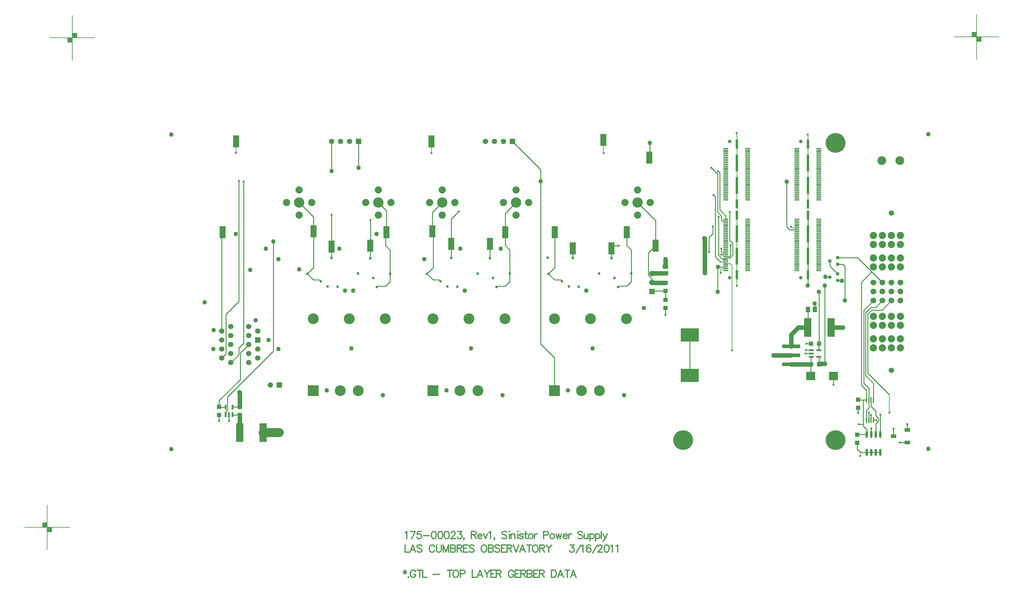
<source format=gtl>
%FSLAX23Y23*%
%MOIN*%
G70*
G01*
G75*
G04 Layer_Physical_Order=1*
G04 Layer_Color=255*
%ADD10R,0.051X0.059*%
%ADD11R,0.102X0.094*%
%ADD12R,0.070X0.135*%
%ADD13R,0.050X0.050*%
%ADD14R,0.079X0.209*%
%ADD15R,0.050X0.050*%
%ADD16R,0.022X0.057*%
%ADD17R,0.022X0.057*%
%ADD18R,0.059X0.051*%
%ADD19R,0.200X0.040*%
%ADD20R,0.200X0.150*%
%ADD21R,0.057X0.022*%
%ADD22R,0.057X0.022*%
%ADD23R,0.036X0.036*%
%ADD24O,0.014X0.067*%
%ADD25O,0.024X0.079*%
%ADD26R,0.059X0.039*%
%ADD27R,0.057X0.012*%
%ADD28R,0.025X0.185*%
%ADD29R,0.025X0.100*%
%ADD30C,0.010*%
%ADD31C,0.050*%
%ADD32C,0.007*%
%ADD33C,0.100*%
%ADD34C,0.012*%
%ADD35C,0.008*%
%ADD36C,0.012*%
%ADD37C,0.012*%
%ADD38C,0.115*%
%ADD39C,0.080*%
%ADD40R,0.120X0.120*%
%ADD41C,0.120*%
%ADD42R,0.059X0.059*%
%ADD43C,0.059*%
%ADD44C,0.050*%
%ADD45R,0.063X0.063*%
%ADD46C,0.063*%
%ADD47C,0.098*%
%ADD48C,0.065*%
%ADD49C,0.220*%
%ADD50C,0.039*%
%ADD51C,0.024*%
%ADD52C,0.030*%
D10*
X24434Y17400D02*
D03*
X24509D02*
D03*
D11*
X24717Y16660D02*
D03*
X24465D02*
D03*
D12*
X17931Y18260D02*
D03*
X22741Y18110D02*
D03*
X18081Y19270D02*
D03*
X20251D02*
D03*
X22161Y19285D02*
D03*
X19751Y18260D02*
D03*
X19571Y18110D02*
D03*
X18941Y18270D02*
D03*
X19141Y18100D02*
D03*
X20901Y18130D02*
D03*
X21071Y18260D02*
D03*
X20261Y18270D02*
D03*
X20471Y18130D02*
D03*
X22251Y18080D02*
D03*
X22421Y18260D02*
D03*
X21621D02*
D03*
X21821Y18080D02*
D03*
X22671Y19090D02*
D03*
D13*
X24556Y16790D02*
D03*
X24466D02*
D03*
Y17020D02*
D03*
X24556D02*
D03*
D14*
X24432Y17200D02*
D03*
X24691D02*
D03*
X18122Y16030D02*
D03*
X18381D02*
D03*
D15*
X18121Y16315D02*
D03*
Y16225D02*
D03*
X22851Y17505D02*
D03*
Y17415D02*
D03*
X17891Y16225D02*
D03*
Y16315D02*
D03*
X22851Y17695D02*
D03*
Y17605D02*
D03*
X24991Y16395D02*
D03*
Y16305D02*
D03*
X24981Y16005D02*
D03*
Y15915D02*
D03*
D16*
X17964Y16228D02*
D03*
D17*
X18001Y16228D02*
D03*
X18039D02*
D03*
Y16312D02*
D03*
X17964D02*
D03*
D18*
X22851Y17803D02*
D03*
Y17877D02*
D03*
D19*
X24246Y16990D02*
D03*
Y16890D02*
D03*
Y16790D02*
D03*
D20*
X23121Y16665D02*
D03*
Y17115D02*
D03*
D21*
X24469Y16947D02*
D03*
D22*
X24469Y16910D02*
D03*
Y16873D02*
D03*
X24554D02*
D03*
Y16947D02*
D03*
D23*
X24764Y17903D02*
D03*
X24678Y17940D02*
D03*
X24764Y17977D02*
D03*
Y17723D02*
D03*
X24678Y17760D02*
D03*
X24764Y17797D02*
D03*
D24*
X25083Y16168D02*
D03*
X25109D02*
D03*
X25134D02*
D03*
X25160D02*
D03*
X25083Y16392D02*
D03*
X25109D02*
D03*
X25134D02*
D03*
X25160D02*
D03*
D25*
X25086Y15811D02*
D03*
X25136D02*
D03*
X25186D02*
D03*
X25236D02*
D03*
X25086Y16008D02*
D03*
X25136D02*
D03*
X25186D02*
D03*
X25236D02*
D03*
D26*
X25538Y15921D02*
D03*
X25385Y15990D02*
D03*
X25538Y16059D02*
D03*
D27*
X24555Y19191D02*
D03*
Y19171D02*
D03*
Y19152D02*
D03*
Y19132D02*
D03*
Y19112D02*
D03*
Y19093D02*
D03*
Y19073D02*
D03*
Y19053D02*
D03*
Y19033D02*
D03*
Y19014D02*
D03*
Y18994D02*
D03*
Y18974D02*
D03*
Y18955D02*
D03*
Y18935D02*
D03*
Y18915D02*
D03*
Y18896D02*
D03*
Y18876D02*
D03*
Y18856D02*
D03*
Y18837D02*
D03*
Y18817D02*
D03*
Y18797D02*
D03*
Y18778D02*
D03*
Y18758D02*
D03*
Y18738D02*
D03*
Y18719D02*
D03*
Y18699D02*
D03*
Y18679D02*
D03*
Y18659D02*
D03*
Y18640D02*
D03*
Y18620D02*
D03*
Y18404D02*
D03*
Y18384D02*
D03*
Y18364D02*
D03*
Y18344D02*
D03*
Y18325D02*
D03*
Y18305D02*
D03*
Y18285D02*
D03*
Y18266D02*
D03*
Y18246D02*
D03*
Y18226D02*
D03*
Y18207D02*
D03*
Y18187D02*
D03*
Y18167D02*
D03*
Y18148D02*
D03*
Y18128D02*
D03*
Y18108D02*
D03*
Y18089D02*
D03*
Y18069D02*
D03*
Y18049D02*
D03*
Y18030D02*
D03*
Y18010D02*
D03*
Y17990D02*
D03*
Y17970D02*
D03*
Y17951D02*
D03*
Y17931D02*
D03*
Y17911D02*
D03*
Y17892D02*
D03*
Y17872D02*
D03*
Y17852D02*
D03*
Y17833D02*
D03*
X24312Y19191D02*
D03*
Y19171D02*
D03*
Y19152D02*
D03*
Y19132D02*
D03*
Y19112D02*
D03*
Y19093D02*
D03*
Y19073D02*
D03*
Y19053D02*
D03*
Y19033D02*
D03*
Y19014D02*
D03*
Y18994D02*
D03*
Y18974D02*
D03*
Y18955D02*
D03*
Y18935D02*
D03*
Y18915D02*
D03*
Y18896D02*
D03*
Y18876D02*
D03*
Y18856D02*
D03*
Y18837D02*
D03*
Y18817D02*
D03*
Y18797D02*
D03*
Y18778D02*
D03*
Y18758D02*
D03*
Y18738D02*
D03*
Y18719D02*
D03*
Y18699D02*
D03*
Y18679D02*
D03*
Y18659D02*
D03*
Y18640D02*
D03*
Y18620D02*
D03*
Y18404D02*
D03*
Y18384D02*
D03*
Y18364D02*
D03*
Y18344D02*
D03*
Y18325D02*
D03*
Y18305D02*
D03*
Y18285D02*
D03*
Y18266D02*
D03*
Y18246D02*
D03*
Y18226D02*
D03*
Y18207D02*
D03*
Y18187D02*
D03*
Y18167D02*
D03*
Y18148D02*
D03*
Y18128D02*
D03*
Y18108D02*
D03*
Y18089D02*
D03*
Y18069D02*
D03*
Y18049D02*
D03*
Y18030D02*
D03*
Y18010D02*
D03*
Y17990D02*
D03*
Y17970D02*
D03*
Y17951D02*
D03*
Y17931D02*
D03*
Y17911D02*
D03*
Y17892D02*
D03*
Y17872D02*
D03*
Y17852D02*
D03*
Y17833D02*
D03*
X23765Y19191D02*
D03*
Y19171D02*
D03*
Y19152D02*
D03*
Y19132D02*
D03*
Y19112D02*
D03*
Y19093D02*
D03*
Y19073D02*
D03*
Y19053D02*
D03*
Y19033D02*
D03*
Y19014D02*
D03*
Y18994D02*
D03*
Y18974D02*
D03*
Y18955D02*
D03*
Y18935D02*
D03*
Y18915D02*
D03*
Y18896D02*
D03*
Y18876D02*
D03*
Y18856D02*
D03*
Y18837D02*
D03*
Y18817D02*
D03*
Y18797D02*
D03*
Y18778D02*
D03*
Y18758D02*
D03*
Y18738D02*
D03*
Y18719D02*
D03*
Y18699D02*
D03*
Y18679D02*
D03*
Y18659D02*
D03*
Y18640D02*
D03*
Y18620D02*
D03*
Y18404D02*
D03*
Y18384D02*
D03*
Y18364D02*
D03*
Y18344D02*
D03*
Y18325D02*
D03*
Y18305D02*
D03*
Y18285D02*
D03*
Y18266D02*
D03*
Y18246D02*
D03*
Y18226D02*
D03*
Y18207D02*
D03*
Y18187D02*
D03*
Y18167D02*
D03*
Y18148D02*
D03*
Y18128D02*
D03*
Y18108D02*
D03*
Y18089D02*
D03*
Y18069D02*
D03*
Y18049D02*
D03*
Y18030D02*
D03*
Y18010D02*
D03*
Y17990D02*
D03*
Y17970D02*
D03*
Y17951D02*
D03*
Y17931D02*
D03*
Y17911D02*
D03*
Y17892D02*
D03*
Y17872D02*
D03*
Y17852D02*
D03*
Y17833D02*
D03*
X23522Y19191D02*
D03*
Y19171D02*
D03*
Y19152D02*
D03*
Y19132D02*
D03*
Y19112D02*
D03*
Y19093D02*
D03*
Y19073D02*
D03*
Y19053D02*
D03*
Y19033D02*
D03*
Y19014D02*
D03*
Y18994D02*
D03*
Y18974D02*
D03*
Y18955D02*
D03*
Y18935D02*
D03*
Y18915D02*
D03*
Y18896D02*
D03*
Y18876D02*
D03*
Y18856D02*
D03*
Y18837D02*
D03*
Y18817D02*
D03*
Y18797D02*
D03*
Y18778D02*
D03*
Y18758D02*
D03*
Y18738D02*
D03*
Y18719D02*
D03*
Y18699D02*
D03*
Y18679D02*
D03*
Y18659D02*
D03*
Y18640D02*
D03*
Y18620D02*
D03*
Y18404D02*
D03*
Y18384D02*
D03*
Y18364D02*
D03*
Y18344D02*
D03*
Y18325D02*
D03*
Y18305D02*
D03*
Y18285D02*
D03*
Y18266D02*
D03*
Y18246D02*
D03*
Y18226D02*
D03*
Y18207D02*
D03*
Y18187D02*
D03*
Y18167D02*
D03*
Y18148D02*
D03*
Y18128D02*
D03*
Y18108D02*
D03*
Y18089D02*
D03*
Y18069D02*
D03*
Y18049D02*
D03*
Y18030D02*
D03*
Y18010D02*
D03*
Y17990D02*
D03*
Y17970D02*
D03*
Y17951D02*
D03*
Y17931D02*
D03*
Y17911D02*
D03*
Y17892D02*
D03*
Y17872D02*
D03*
Y17852D02*
D03*
Y17833D02*
D03*
D28*
X24434Y18781D02*
D03*
Y19031D02*
D03*
Y18243D02*
D03*
Y17993D02*
D03*
X23644Y18781D02*
D03*
Y19031D02*
D03*
Y18243D02*
D03*
Y17993D02*
D03*
D29*
X24434Y19238D02*
D03*
Y17786D02*
D03*
Y18451D02*
D03*
Y18573D02*
D03*
X23644Y19238D02*
D03*
Y17786D02*
D03*
Y18451D02*
D03*
Y18573D02*
D03*
D30*
X17921Y18250D02*
X17931Y18260D01*
X17921Y17160D02*
Y18250D01*
X22541Y18590D02*
X22741Y18390D01*
Y18110D02*
Y18390D01*
X21071Y18260D02*
Y18470D01*
X21191Y18590D01*
X20261Y18270D02*
Y18480D01*
X20371Y18590D01*
X19741Y18111D02*
Y18260D01*
X19751D02*
Y18500D01*
X19661Y18590D02*
X19751Y18500D01*
X18781Y18590D02*
X18941Y18430D01*
Y18270D02*
Y18430D01*
X19140Y18939D02*
X19141Y18940D01*
Y19270D01*
X19441Y18976D02*
Y19270D01*
X21464Y18825D02*
Y18957D01*
Y17015D02*
Y18825D01*
X24196Y18319D02*
Y18823D01*
Y18319D02*
X24230Y18285D01*
X24312D01*
X21151Y19270D02*
X21464Y18957D01*
Y17015D02*
X21616Y16863D01*
Y16495D02*
Y16863D01*
X23359Y18976D02*
X23429Y18906D01*
Y18486D02*
Y18906D01*
Y18486D02*
X23471Y18444D01*
Y18396D02*
Y18444D01*
Y18396D02*
X23484Y18384D01*
X23522D01*
Y18404D02*
Y18440D01*
X23453Y18508D02*
X23522Y18440D01*
X23453Y18508D02*
Y18919D01*
X23433Y18939D02*
X23453Y18919D01*
X18111Y17488D02*
Y18830D01*
X17968Y17345D02*
X18111Y17488D01*
X17968Y16907D02*
Y17345D01*
X17921Y16860D02*
X17968Y16907D01*
X18164Y17026D02*
Y18824D01*
X18112Y16974D02*
X18164Y17026D01*
X18112Y16895D02*
Y16974D01*
X18027Y16810D02*
X18112Y16895D01*
X18021Y16810D02*
X18027D01*
X23121Y16665D02*
Y17115D01*
X23461Y17931D02*
X23522D01*
X23405Y17987D02*
X23461Y17931D01*
X23405Y17987D02*
Y18653D01*
X23385Y18673D02*
X23405Y18653D01*
X19141Y18100D02*
Y18453D01*
X19571Y18110D02*
X19575Y18114D01*
Y18396D01*
X23439Y18433D02*
X23440Y18434D01*
X23439Y18004D02*
Y18433D01*
Y18004D02*
X23489Y17955D01*
X23518D01*
X23522Y17951D01*
X20471Y18130D02*
Y18406D01*
X20553Y18488D01*
X23563Y18168D02*
Y18486D01*
X23596Y18005D02*
Y18135D01*
X23566Y17974D02*
X23596Y18005D01*
X23526Y17974D02*
X23566D01*
X23563Y18168D02*
X23596Y18135D01*
X23522Y17970D02*
X23526Y17974D01*
X23574Y18004D02*
Y18113D01*
X23561Y17990D02*
X23574Y18004D01*
X23522Y17990D02*
X23561D01*
X22251Y18080D02*
X22279Y18108D01*
X22332D01*
X23471Y18044D02*
Y18076D01*
Y18044D02*
X23486Y18030D01*
X23522D01*
X23473Y18010D02*
X23522D01*
X23471Y18008D02*
X23473Y18010D01*
X23335Y18040D02*
Y18201D01*
X23378Y18244D01*
Y18322D01*
X23377Y18323D02*
X23378Y18322D01*
X18494Y16935D02*
Y18155D01*
X17985Y16425D02*
X18494Y16935D01*
X17985Y16280D02*
Y16425D01*
X17964Y16259D02*
X17985Y16280D01*
X17964Y16228D02*
Y16259D01*
X25098Y16693D02*
X25338Y16453D01*
X25098Y16693D02*
Y17349D01*
X25143Y17394D01*
X25258D01*
X25075Y17364D02*
X25135Y17424D01*
X25075Y16664D02*
Y17364D01*
Y16664D02*
X25160Y16580D01*
X25135Y17424D02*
X25188D01*
X25258Y17394D02*
X25362Y17498D01*
X25160Y16392D02*
Y16580D01*
X25188Y17424D02*
X25262Y17498D01*
X25109Y16392D02*
Y16523D01*
X25053Y16578D02*
X25109Y16523D01*
X25053Y16578D02*
Y17390D01*
X25162Y17498D01*
X25027Y17703D02*
X25142Y17818D01*
X25027Y16555D02*
Y17703D01*
Y16555D02*
X25083Y16499D01*
X24991Y16247D02*
X24992Y16246D01*
X24991Y16247D02*
Y16305D01*
X24717Y16565D02*
X24718Y16564D01*
X24717Y16565D02*
Y16660D01*
X24465Y16789D02*
X24466Y16790D01*
X24465Y16660D02*
Y16789D01*
X24998Y16124D02*
X25047D01*
Y16392D01*
Y16102D02*
Y16124D01*
X25537Y16122D02*
X25538Y16121D01*
Y16059D02*
Y16121D01*
X25047Y16392D02*
X25083D01*
X24994D02*
X25047D01*
Y16102D02*
X25086Y16063D01*
Y16008D02*
Y16063D01*
X24984Y17977D02*
X25142Y17818D01*
X25262Y17698D01*
X24991Y16395D02*
X24994Y16392D01*
X25083D02*
Y16499D01*
X25454Y15920D02*
X25456Y15921D01*
X25538D01*
X25136Y16008D02*
X25138Y16010D01*
Y16075D01*
X25384Y16074D02*
X25385Y16074D01*
Y15990D02*
Y16074D01*
X25134Y16322D02*
Y16392D01*
Y16322D02*
X25186Y16270D01*
Y16219D02*
Y16270D01*
Y16219D02*
X25216Y16189D01*
Y16158D02*
Y16189D01*
X25186Y16128D02*
X25216Y16158D01*
X25186Y16008D02*
Y16128D01*
X25236Y16008D02*
Y16228D01*
X25194Y16168D02*
X25194Y16167D01*
X25160Y16168D02*
X25194D01*
X25134D02*
Y16227D01*
X25109Y16168D02*
Y16254D01*
Y16303D02*
Y16392D01*
X25083Y16278D02*
X25109Y16303D01*
X25083Y16168D02*
Y16278D01*
X24981Y16005D02*
X24985Y16008D01*
X25086D01*
X25186Y15811D02*
X25236D01*
X25136D02*
X25186D01*
X25086D02*
X25136D01*
X25017D02*
X25086D01*
X24981Y15847D02*
X25017Y15811D01*
X24981Y15847D02*
Y15915D01*
X24627Y17763D02*
X24630Y17760D01*
X24678D01*
Y17883D02*
Y17940D01*
Y17883D02*
X24764Y17797D01*
Y17723D02*
X24808D01*
X24810Y17721D01*
X24843Y17499D02*
X24845Y17501D01*
Y17880D01*
X24822Y17903D02*
X24845Y17880D01*
X24764Y17903D02*
X24822D01*
X24764Y17977D02*
X24984D01*
X18127Y16916D02*
X18221Y17010D01*
X18127Y16621D02*
Y16916D01*
X17891Y16385D02*
X18127Y16621D01*
X17891Y16315D02*
Y16385D01*
X23432Y17871D02*
X23433Y17872D01*
X23432Y17597D02*
Y17871D01*
X24555Y17595D02*
X24556Y17594D01*
Y17020D02*
Y17594D01*
X23433Y17872D02*
X23434Y17872D01*
X23522D01*
X24432Y17200D02*
X24434Y17202D01*
Y17400D01*
X24506Y17465D02*
X24509Y17463D01*
Y17400D02*
Y17463D01*
X24621Y16795D02*
Y17665D01*
X24431D02*
X24434Y17667D01*
Y17786D01*
Y17993D01*
Y18243D01*
Y18451D01*
X24554Y17017D02*
X24556Y17020D01*
X24554Y16947D02*
Y17017D01*
X24416Y17020D02*
X24466D01*
X24406Y16910D02*
X24406Y16910D01*
X24469D01*
X24554Y16873D02*
X24556Y16870D01*
Y16790D02*
Y16870D01*
X24466D02*
X24469Y16873D01*
X24466Y16790D02*
Y16870D01*
X18001Y16160D02*
X18001Y16160D01*
Y16228D01*
X17891Y16160D02*
Y16225D01*
Y16315D02*
X17894Y16312D01*
X17964D01*
X18042Y16225D02*
X18121D01*
X18039Y16228D02*
X18042Y16225D01*
X18039Y16312D02*
X18042Y16315D01*
X18121D01*
X22660Y18028D02*
X22741Y18110D01*
X22660Y17783D02*
Y18028D01*
Y17783D02*
X22701Y17741D01*
Y17700D02*
Y17741D01*
X22851Y17340D02*
Y17415D01*
Y17505D02*
Y17605D01*
X22706D02*
X22851D01*
X19644Y17648D02*
X19657Y17661D01*
X19740D01*
X19790Y17711D01*
Y17799D01*
X19006Y17728D02*
X19022Y17713D01*
X18940Y17728D02*
X19006D01*
X18871Y17797D02*
X18940Y17728D01*
X18941Y17867D02*
Y18260D01*
X18871Y17797D02*
X18941Y17867D01*
X19141Y17973D02*
Y18080D01*
X19569Y17969D02*
Y18078D01*
X19571Y18080D01*
X19790Y17799D02*
Y18062D01*
X19741Y18111D02*
X19790Y18062D01*
X20471Y17973D02*
Y18080D01*
X20201Y17797D02*
X20270Y17728D01*
X20201Y17797D02*
X20271Y17867D01*
X20336Y17728D02*
X20352Y17713D01*
X20271Y17867D02*
Y18260D01*
X20270Y17728D02*
X20336D01*
X20899Y17969D02*
Y18078D01*
X20974Y17648D02*
X20987Y17661D01*
X21070D01*
X21120Y17711D01*
Y17799D01*
X21071Y18111D02*
Y18260D01*
Y18111D02*
X21120Y18062D01*
Y17799D02*
Y18062D01*
X20899Y18078D02*
X20901Y18080D01*
X21821Y17973D02*
Y18080D01*
X21551Y17797D02*
X21620Y17728D01*
X21551Y17797D02*
X21621Y17867D01*
X21686Y17728D02*
X21702Y17713D01*
X21621Y17867D02*
Y18260D01*
X21620Y17728D02*
X21686D01*
X22249Y17969D02*
Y18078D01*
X22324Y17648D02*
X22337Y17661D01*
X22420D01*
X22470Y17711D01*
Y17799D01*
X22421Y18111D02*
Y18260D01*
Y18111D02*
X22470Y18062D01*
Y17799D02*
Y18062D01*
X22249Y18078D02*
X22251Y18080D01*
X22671Y19090D02*
X22676Y19095D01*
Y19254D01*
D31*
X23281Y18194D02*
X23287Y18188D01*
Y17806D02*
Y18188D01*
X24556Y16790D02*
X24561Y16795D01*
X24621D01*
X24691Y17200D02*
X24821D01*
X24326D02*
X24432D01*
X24246Y17120D02*
X24326Y17200D01*
X24246Y16990D02*
Y17120D01*
X24051Y16890D02*
X24246D01*
Y16790D02*
X24466D01*
X18116Y16480D02*
X18121Y16475D01*
Y16315D02*
Y16475D01*
Y16030D02*
X18122Y16030D01*
X18121Y16030D02*
Y16225D01*
X22701Y17700D02*
X22706Y17695D01*
X22851D01*
Y17877D02*
Y17960D01*
X22704Y17803D02*
X22851D01*
D32*
X23464Y17806D02*
Y17842D01*
X23475Y17852D01*
X23522D01*
X24409Y16945D02*
X24467D01*
X23590D02*
X23592Y16946D01*
Y17890D01*
X23570Y17911D02*
X23592Y17890D01*
X23522Y17911D02*
X23570D01*
X25017Y15764D02*
Y15811D01*
X24243Y18321D02*
X24259Y18305D01*
X24312D01*
X23639Y19363D02*
X23644Y19359D01*
Y19238D02*
Y19359D01*
Y19031D02*
Y19238D01*
Y18781D02*
Y19031D01*
Y18573D02*
Y18781D01*
X23643Y17663D02*
X23644Y17663D01*
Y17786D01*
Y18243D02*
Y18451D01*
Y17993D02*
Y18243D01*
Y17786D02*
Y17993D01*
X24432Y19346D02*
X24434Y19345D01*
Y19238D02*
Y19345D01*
Y18573D02*
Y18781D01*
Y19031D01*
Y19238D01*
X25014Y15767D02*
Y15770D01*
Y15767D02*
X25017Y15764D01*
X25338Y16254D02*
Y16453D01*
X18081Y19146D02*
Y19270D01*
X18078Y19143D02*
X18081Y19146D01*
X20251Y19141D02*
Y19270D01*
X22161Y19144D02*
Y19285D01*
Y19144D02*
X22165Y19140D01*
D33*
X18381Y16030D02*
X18561D01*
D34*
X19956Y14499D02*
Y14454D01*
X19937Y14488D02*
X19975Y14465D01*
Y14488D02*
X19937Y14465D01*
X19995Y14427D02*
X19991Y14423D01*
X19995Y14419D01*
X19999Y14423D01*
X19995Y14427D01*
X20074Y14480D02*
X20070Y14488D01*
X20062Y14496D01*
X20055Y14499D01*
X20039D01*
X20032Y14496D01*
X20024Y14488D01*
X20020Y14480D01*
X20017Y14469D01*
Y14450D01*
X20020Y14439D01*
X20024Y14431D01*
X20032Y14423D01*
X20039Y14419D01*
X20055D01*
X20062Y14423D01*
X20070Y14431D01*
X20074Y14439D01*
Y14450D01*
X20055D02*
X20074D01*
X20119Y14499D02*
Y14419D01*
X20092Y14499D02*
X20145D01*
X20155D02*
Y14419D01*
X20201D01*
X20272Y14454D02*
X20341D01*
X20454Y14499D02*
Y14419D01*
X20427Y14499D02*
X20481D01*
X20513D02*
X20505Y14496D01*
X20498Y14488D01*
X20494Y14480D01*
X20490Y14469D01*
Y14450D01*
X20494Y14439D01*
X20498Y14431D01*
X20505Y14423D01*
X20513Y14419D01*
X20528D01*
X20536Y14423D01*
X20543Y14431D01*
X20547Y14439D01*
X20551Y14450D01*
Y14469D01*
X20547Y14480D01*
X20543Y14488D01*
X20536Y14496D01*
X20528Y14499D01*
X20513D01*
X20570Y14458D02*
X20604D01*
X20615Y14461D01*
X20619Y14465D01*
X20623Y14473D01*
Y14484D01*
X20619Y14492D01*
X20615Y14496D01*
X20604Y14499D01*
X20570D01*
Y14419D01*
X20704Y14499D02*
Y14419D01*
X20749D01*
X20819D02*
X20789Y14499D01*
X20758Y14419D01*
X20770Y14446D02*
X20808D01*
X20838Y14499D02*
X20868Y14461D01*
Y14419D01*
X20899Y14499D02*
X20868Y14461D01*
X20959Y14499D02*
X20909D01*
Y14419D01*
X20959D01*
X20909Y14461D02*
X20939D01*
X20972Y14499D02*
Y14419D01*
Y14499D02*
X21006D01*
X21018Y14496D01*
X21021Y14492D01*
X21025Y14484D01*
Y14477D01*
X21021Y14469D01*
X21018Y14465D01*
X21006Y14461D01*
X20972D01*
X20999D02*
X21025Y14419D01*
X21163Y14480D02*
X21159Y14488D01*
X21152Y14496D01*
X21144Y14499D01*
X21129D01*
X21121Y14496D01*
X21114Y14488D01*
X21110Y14480D01*
X21106Y14469D01*
Y14450D01*
X21110Y14439D01*
X21114Y14431D01*
X21121Y14423D01*
X21129Y14419D01*
X21144D01*
X21152Y14423D01*
X21159Y14431D01*
X21163Y14439D01*
Y14450D01*
X21144D02*
X21163D01*
X21231Y14499D02*
X21181D01*
Y14419D01*
X21231D01*
X21181Y14461D02*
X21212D01*
X21244Y14499D02*
Y14419D01*
Y14499D02*
X21278D01*
X21290Y14496D01*
X21294Y14492D01*
X21297Y14484D01*
Y14477D01*
X21294Y14469D01*
X21290Y14465D01*
X21278Y14461D01*
X21244D01*
X21271D02*
X21297Y14419D01*
X21315Y14499D02*
Y14419D01*
Y14499D02*
X21350D01*
X21361Y14496D01*
X21365Y14492D01*
X21369Y14484D01*
Y14477D01*
X21365Y14469D01*
X21361Y14465D01*
X21350Y14461D01*
X21315D02*
X21350D01*
X21361Y14458D01*
X21365Y14454D01*
X21369Y14446D01*
Y14435D01*
X21365Y14427D01*
X21361Y14423D01*
X21350Y14419D01*
X21315D01*
X21436Y14499D02*
X21387D01*
Y14419D01*
X21436D01*
X21387Y14461D02*
X21417D01*
X21449Y14499D02*
Y14419D01*
Y14499D02*
X21484D01*
X21495Y14496D01*
X21499Y14492D01*
X21503Y14484D01*
Y14477D01*
X21499Y14469D01*
X21495Y14465D01*
X21484Y14461D01*
X21449D01*
X21476D02*
X21503Y14419D01*
X21584Y14499D02*
Y14419D01*
Y14499D02*
X21610D01*
X21622Y14496D01*
X21629Y14488D01*
X21633Y14480D01*
X21637Y14469D01*
Y14450D01*
X21633Y14439D01*
X21629Y14431D01*
X21622Y14423D01*
X21610Y14419D01*
X21584D01*
X21716D02*
X21685Y14499D01*
X21655Y14419D01*
X21666Y14446D02*
X21704D01*
X21761Y14499D02*
Y14419D01*
X21734Y14499D02*
X21788D01*
X21858Y14419D02*
X21828Y14499D01*
X21797Y14419D01*
X21809Y14446D02*
X21847D01*
D35*
X15952Y15000D02*
X15962D01*
X15952Y14995D02*
Y15005D01*
Y14995D02*
X15962D01*
Y15005D01*
X15952D02*
X15962D01*
X15947Y14990D02*
Y15005D01*
Y14990D02*
X15967D01*
Y15010D01*
X15947D02*
X15967D01*
X15942Y14985D02*
Y15010D01*
Y14985D02*
X15972D01*
Y15015D01*
X15942D02*
X15972D01*
X15937Y14980D02*
Y15020D01*
Y14980D02*
X15977D01*
Y15020D01*
X15937D02*
X15977D01*
X16002Y14950D02*
X16012D01*
X16002Y14945D02*
Y14955D01*
Y14945D02*
X16012D01*
Y14955D01*
X16002D02*
X16012D01*
X15997Y14940D02*
Y14955D01*
Y14940D02*
X16017D01*
Y14960D01*
X15997D02*
X16017D01*
X15992Y14935D02*
Y14960D01*
Y14935D02*
X16022D01*
Y14965D01*
X15992D02*
X16022D01*
X15987Y14930D02*
Y14970D01*
Y14930D02*
X16027D01*
Y14970D01*
X15987D02*
X16027D01*
X15982Y14925D02*
X16032D01*
Y14975D01*
X15932Y15025D02*
X15982D01*
X15932Y14975D02*
Y15025D01*
X15982Y14725D02*
Y15225D01*
X15732Y14975D02*
X16232D01*
X16237Y20394D02*
Y20404D01*
X16232Y20394D02*
X16242D01*
Y20404D01*
X16232D02*
X16242D01*
X16232Y20394D02*
Y20404D01*
Y20389D02*
X16247D01*
Y20409D01*
X16227D02*
X16247D01*
X16227Y20389D02*
Y20409D01*
Y20384D02*
X16252D01*
Y20414D01*
X16222D02*
X16252D01*
X16222Y20384D02*
Y20414D01*
X16217Y20379D02*
X16257D01*
Y20419D01*
X16217D02*
X16257D01*
X16217Y20379D02*
Y20419D01*
X16287Y20444D02*
Y20454D01*
X16282Y20444D02*
X16292D01*
Y20454D01*
X16282D02*
X16292D01*
X16282Y20444D02*
Y20454D01*
Y20439D02*
X16297D01*
Y20459D01*
X16277D02*
X16297D01*
X16277Y20439D02*
Y20459D01*
Y20434D02*
X16302D01*
Y20464D01*
X16272D02*
X16302D01*
X16272Y20434D02*
Y20464D01*
X16267Y20429D02*
X16307D01*
Y20469D01*
X16267D02*
X16307D01*
X16267Y20429D02*
Y20469D01*
X16312Y20424D02*
Y20474D01*
X16262D02*
X16312D01*
X16212Y20374D02*
Y20424D01*
Y20374D02*
X16262D01*
X16012Y20424D02*
X16512D01*
X16262Y20174D02*
Y20674D01*
X26278Y20459D02*
X26288D01*
X26278Y20454D02*
Y20464D01*
Y20454D02*
X26288D01*
Y20464D01*
X26278D02*
X26288D01*
X26273Y20449D02*
Y20464D01*
Y20449D02*
X26293D01*
Y20469D01*
X26273D02*
X26293D01*
X26268Y20444D02*
Y20469D01*
Y20444D02*
X26298D01*
Y20474D01*
X26268D02*
X26298D01*
X26263Y20439D02*
Y20479D01*
Y20439D02*
X26303D01*
Y20479D01*
X26263D02*
X26303D01*
X26328Y20409D02*
X26338D01*
X26328Y20404D02*
Y20414D01*
Y20404D02*
X26338D01*
Y20414D01*
X26328D02*
X26338D01*
X26323Y20399D02*
Y20414D01*
Y20399D02*
X26343D01*
Y20419D01*
X26323D02*
X26343D01*
X26318Y20394D02*
Y20419D01*
Y20394D02*
X26348D01*
Y20424D01*
X26318D02*
X26348D01*
X26313Y20389D02*
Y20429D01*
Y20389D02*
X26353D01*
Y20429D01*
X26313D02*
X26353D01*
X26308Y20384D02*
X26358D01*
Y20434D01*
X26258Y20484D02*
X26308D01*
X26258Y20434D02*
Y20484D01*
X26308Y20184D02*
Y20684D01*
X26058Y20434D02*
X26558D01*
D36*
X19958Y14915D02*
X19966Y14919D01*
X19977Y14930D01*
Y14850D01*
X20070Y14930D02*
X20032Y14850D01*
X20017Y14930D02*
X20070D01*
X20134D02*
X20096D01*
X20092Y14896D01*
X20096Y14900D01*
X20107Y14903D01*
X20118D01*
X20130Y14900D01*
X20137Y14892D01*
X20141Y14881D01*
Y14873D01*
X20137Y14861D01*
X20130Y14854D01*
X20118Y14850D01*
X20107D01*
X20096Y14854D01*
X20092Y14858D01*
X20088Y14865D01*
X20159Y14884D02*
X20228D01*
X20274Y14930D02*
X20263Y14926D01*
X20255Y14915D01*
X20251Y14896D01*
Y14884D01*
X20255Y14865D01*
X20263Y14854D01*
X20274Y14850D01*
X20282D01*
X20293Y14854D01*
X20301Y14865D01*
X20305Y14884D01*
Y14896D01*
X20301Y14915D01*
X20293Y14926D01*
X20282Y14930D01*
X20274D01*
X20345D02*
X20334Y14926D01*
X20326Y14915D01*
X20323Y14896D01*
Y14884D01*
X20326Y14865D01*
X20334Y14854D01*
X20345Y14850D01*
X20353D01*
X20364Y14854D01*
X20372Y14865D01*
X20376Y14884D01*
Y14896D01*
X20372Y14915D01*
X20364Y14926D01*
X20353Y14930D01*
X20345D01*
X20417D02*
X20405Y14926D01*
X20398Y14915D01*
X20394Y14896D01*
Y14884D01*
X20398Y14865D01*
X20405Y14854D01*
X20417Y14850D01*
X20424D01*
X20436Y14854D01*
X20443Y14865D01*
X20447Y14884D01*
Y14896D01*
X20443Y14915D01*
X20436Y14926D01*
X20424Y14930D01*
X20417D01*
X20469Y14911D02*
Y14915D01*
X20473Y14922D01*
X20476Y14926D01*
X20484Y14930D01*
X20499D01*
X20507Y14926D01*
X20511Y14922D01*
X20515Y14915D01*
Y14907D01*
X20511Y14900D01*
X20503Y14888D01*
X20465Y14850D01*
X20518D01*
X20544Y14930D02*
X20586D01*
X20563Y14900D01*
X20574D01*
X20582Y14896D01*
X20586Y14892D01*
X20590Y14881D01*
Y14873D01*
X20586Y14861D01*
X20578Y14854D01*
X20567Y14850D01*
X20555D01*
X20544Y14854D01*
X20540Y14858D01*
X20536Y14865D01*
X20615Y14854D02*
X20611Y14850D01*
X20607Y14854D01*
X20611Y14858D01*
X20615Y14854D01*
Y14846D01*
X20611Y14839D01*
X20607Y14835D01*
X20695Y14930D02*
Y14850D01*
Y14930D02*
X20730D01*
X20741Y14926D01*
X20745Y14922D01*
X20749Y14915D01*
Y14907D01*
X20745Y14900D01*
X20741Y14896D01*
X20730Y14892D01*
X20695D01*
X20722D02*
X20749Y14850D01*
X20767Y14881D02*
X20812D01*
Y14888D01*
X20809Y14896D01*
X20805Y14900D01*
X20797Y14903D01*
X20786D01*
X20778Y14900D01*
X20770Y14892D01*
X20767Y14881D01*
Y14873D01*
X20770Y14861D01*
X20778Y14854D01*
X20786Y14850D01*
X20797D01*
X20805Y14854D01*
X20812Y14861D01*
X20829Y14903D02*
X20852Y14850D01*
X20875Y14903D02*
X20852Y14850D01*
X20888Y14915D02*
X20896Y14919D01*
X20907Y14930D01*
Y14850D01*
X20954Y14854D02*
X20951Y14850D01*
X20947Y14854D01*
X20951Y14858D01*
X20954Y14854D01*
Y14846D01*
X20951Y14839D01*
X20947Y14835D01*
X21088Y14919D02*
X21080Y14926D01*
X21069Y14930D01*
X21054D01*
X21042Y14926D01*
X21035Y14919D01*
Y14911D01*
X21039Y14903D01*
X21042Y14900D01*
X21050Y14896D01*
X21073Y14888D01*
X21080Y14884D01*
X21084Y14881D01*
X21088Y14873D01*
Y14861D01*
X21080Y14854D01*
X21069Y14850D01*
X21054D01*
X21042Y14854D01*
X21035Y14861D01*
X21114Y14930D02*
X21117Y14926D01*
X21121Y14930D01*
X21117Y14934D01*
X21114Y14930D01*
X21117Y14903D02*
Y14850D01*
X21135Y14903D02*
Y14850D01*
Y14888D02*
X21147Y14900D01*
X21154Y14903D01*
X21166D01*
X21173Y14900D01*
X21177Y14888D01*
Y14850D01*
X21206Y14930D02*
X21210Y14926D01*
X21213Y14930D01*
X21210Y14934D01*
X21206Y14930D01*
X21210Y14903D02*
Y14850D01*
X21269Y14892D02*
X21266Y14900D01*
X21254Y14903D01*
X21243D01*
X21231Y14900D01*
X21227Y14892D01*
X21231Y14884D01*
X21239Y14881D01*
X21258Y14877D01*
X21266Y14873D01*
X21269Y14865D01*
Y14861D01*
X21266Y14854D01*
X21254Y14850D01*
X21243D01*
X21231Y14854D01*
X21227Y14861D01*
X21298Y14930D02*
Y14865D01*
X21301Y14854D01*
X21309Y14850D01*
X21317D01*
X21286Y14903D02*
X21313D01*
X21347D02*
X21339Y14900D01*
X21332Y14892D01*
X21328Y14881D01*
Y14873D01*
X21332Y14861D01*
X21339Y14854D01*
X21347Y14850D01*
X21359D01*
X21366Y14854D01*
X21374Y14861D01*
X21378Y14873D01*
Y14881D01*
X21374Y14892D01*
X21366Y14900D01*
X21359Y14903D01*
X21347D01*
X21395D02*
Y14850D01*
Y14881D02*
X21399Y14892D01*
X21407Y14900D01*
X21414Y14903D01*
X21426D01*
X21496Y14888D02*
X21530D01*
X21541Y14892D01*
X21545Y14896D01*
X21549Y14903D01*
Y14915D01*
X21545Y14922D01*
X21541Y14926D01*
X21530Y14930D01*
X21496D01*
Y14850D01*
X21586Y14903D02*
X21578Y14900D01*
X21571Y14892D01*
X21567Y14881D01*
Y14873D01*
X21571Y14861D01*
X21578Y14854D01*
X21586Y14850D01*
X21597D01*
X21605Y14854D01*
X21613Y14861D01*
X21616Y14873D01*
Y14881D01*
X21613Y14892D01*
X21605Y14900D01*
X21597Y14903D01*
X21586D01*
X21634D02*
X21649Y14850D01*
X21664Y14903D02*
X21649Y14850D01*
X21664Y14903D02*
X21680Y14850D01*
X21695Y14903D02*
X21680Y14850D01*
X21713Y14881D02*
X21759D01*
Y14888D01*
X21755Y14896D01*
X21752Y14900D01*
X21744Y14903D01*
X21733D01*
X21725Y14900D01*
X21717Y14892D01*
X21713Y14881D01*
Y14873D01*
X21717Y14861D01*
X21725Y14854D01*
X21733Y14850D01*
X21744D01*
X21752Y14854D01*
X21759Y14861D01*
X21776Y14903D02*
Y14850D01*
Y14881D02*
X21780Y14892D01*
X21788Y14900D01*
X21795Y14903D01*
X21807D01*
X21930Y14919D02*
X21923Y14926D01*
X21911Y14930D01*
X21896D01*
X21885Y14926D01*
X21877Y14919D01*
Y14911D01*
X21881Y14903D01*
X21885Y14900D01*
X21892Y14896D01*
X21915Y14888D01*
X21923Y14884D01*
X21926Y14881D01*
X21930Y14873D01*
Y14861D01*
X21923Y14854D01*
X21911Y14850D01*
X21896D01*
X21885Y14854D01*
X21877Y14861D01*
X21948Y14903D02*
Y14865D01*
X21952Y14854D01*
X21960Y14850D01*
X21971D01*
X21979Y14854D01*
X21990Y14865D01*
Y14903D02*
Y14850D01*
X22011Y14903D02*
Y14823D01*
Y14892D02*
X22019Y14900D01*
X22026Y14903D01*
X22038D01*
X22045Y14900D01*
X22053Y14892D01*
X22057Y14881D01*
Y14873D01*
X22053Y14861D01*
X22045Y14854D01*
X22038Y14850D01*
X22026D01*
X22019Y14854D01*
X22011Y14861D01*
X22074Y14903D02*
Y14823D01*
Y14892D02*
X22081Y14900D01*
X22089Y14903D01*
X22100D01*
X22108Y14900D01*
X22116Y14892D01*
X22119Y14881D01*
Y14873D01*
X22116Y14861D01*
X22108Y14854D01*
X22100Y14850D01*
X22089D01*
X22081Y14854D01*
X22074Y14861D01*
X22137Y14930D02*
Y14850D01*
X22157Y14903D02*
X22180Y14850D01*
X22203Y14903D02*
X22180Y14850D01*
X22172Y14835D01*
X22165Y14827D01*
X22157Y14823D01*
X22153D01*
D37*
X19958Y14780D02*
Y14700D01*
X20004D01*
X20073D02*
X20043Y14780D01*
X20013Y14700D01*
X20024Y14727D02*
X20062D01*
X20145Y14769D02*
X20138Y14776D01*
X20126Y14780D01*
X20111D01*
X20100Y14776D01*
X20092Y14769D01*
Y14761D01*
X20096Y14753D01*
X20100Y14750D01*
X20107Y14746D01*
X20130Y14738D01*
X20138Y14734D01*
X20142Y14731D01*
X20145Y14723D01*
Y14711D01*
X20138Y14704D01*
X20126Y14700D01*
X20111D01*
X20100Y14704D01*
X20092Y14711D01*
X20283Y14761D02*
X20280Y14769D01*
X20272Y14776D01*
X20264Y14780D01*
X20249D01*
X20241Y14776D01*
X20234Y14769D01*
X20230Y14761D01*
X20226Y14750D01*
Y14731D01*
X20230Y14719D01*
X20234Y14711D01*
X20241Y14704D01*
X20249Y14700D01*
X20264D01*
X20272Y14704D01*
X20280Y14711D01*
X20283Y14719D01*
X20306Y14780D02*
Y14723D01*
X20310Y14711D01*
X20317Y14704D01*
X20329Y14700D01*
X20336D01*
X20348Y14704D01*
X20355Y14711D01*
X20359Y14723D01*
Y14780D01*
X20381D02*
Y14700D01*
Y14780D02*
X20412Y14700D01*
X20442Y14780D02*
X20412Y14700D01*
X20442Y14780D02*
Y14700D01*
X20465Y14780D02*
Y14700D01*
Y14780D02*
X20499D01*
X20511Y14776D01*
X20515Y14772D01*
X20518Y14765D01*
Y14757D01*
X20515Y14750D01*
X20511Y14746D01*
X20499Y14742D01*
X20465D02*
X20499D01*
X20511Y14738D01*
X20515Y14734D01*
X20518Y14727D01*
Y14715D01*
X20515Y14708D01*
X20511Y14704D01*
X20499Y14700D01*
X20465D01*
X20536Y14780D02*
Y14700D01*
Y14780D02*
X20570D01*
X20582Y14776D01*
X20586Y14772D01*
X20590Y14765D01*
Y14757D01*
X20586Y14750D01*
X20582Y14746D01*
X20570Y14742D01*
X20536D01*
X20563D02*
X20590Y14700D01*
X20657Y14780D02*
X20607D01*
Y14700D01*
X20657D01*
X20607Y14742D02*
X20638D01*
X20724Y14769D02*
X20716Y14776D01*
X20705Y14780D01*
X20689D01*
X20678Y14776D01*
X20670Y14769D01*
Y14761D01*
X20674Y14753D01*
X20678Y14750D01*
X20686Y14746D01*
X20708Y14738D01*
X20716Y14734D01*
X20720Y14731D01*
X20724Y14723D01*
Y14711D01*
X20716Y14704D01*
X20705Y14700D01*
X20689D01*
X20678Y14704D01*
X20670Y14711D01*
X20827Y14780D02*
X20820Y14776D01*
X20812Y14769D01*
X20808Y14761D01*
X20804Y14750D01*
Y14731D01*
X20808Y14719D01*
X20812Y14711D01*
X20820Y14704D01*
X20827Y14700D01*
X20842D01*
X20850Y14704D01*
X20858Y14711D01*
X20861Y14719D01*
X20865Y14731D01*
Y14750D01*
X20861Y14761D01*
X20858Y14769D01*
X20850Y14776D01*
X20842Y14780D01*
X20827D01*
X20884D02*
Y14700D01*
Y14780D02*
X20918D01*
X20930Y14776D01*
X20933Y14772D01*
X20937Y14765D01*
Y14757D01*
X20933Y14750D01*
X20930Y14746D01*
X20918Y14742D01*
X20884D02*
X20918D01*
X20930Y14738D01*
X20933Y14734D01*
X20937Y14727D01*
Y14715D01*
X20933Y14708D01*
X20930Y14704D01*
X20918Y14700D01*
X20884D01*
X21008Y14769D02*
X21001Y14776D01*
X20989Y14780D01*
X20974D01*
X20963Y14776D01*
X20955Y14769D01*
Y14761D01*
X20959Y14753D01*
X20963Y14750D01*
X20970Y14746D01*
X20993Y14738D01*
X21001Y14734D01*
X21005Y14731D01*
X21008Y14723D01*
Y14711D01*
X21001Y14704D01*
X20989Y14700D01*
X20974D01*
X20963Y14704D01*
X20955Y14711D01*
X21076Y14780D02*
X21026D01*
Y14700D01*
X21076D01*
X21026Y14742D02*
X21057D01*
X21089Y14780D02*
Y14700D01*
Y14780D02*
X21124D01*
X21135Y14776D01*
X21139Y14772D01*
X21143Y14765D01*
Y14757D01*
X21139Y14750D01*
X21135Y14746D01*
X21124Y14742D01*
X21089D01*
X21116D02*
X21143Y14700D01*
X21160Y14780D02*
X21191Y14700D01*
X21221Y14780D02*
X21191Y14700D01*
X21293D02*
X21262Y14780D01*
X21232Y14700D01*
X21243Y14727D02*
X21281D01*
X21338Y14780D02*
Y14700D01*
X21311Y14780D02*
X21365D01*
X21397D02*
X21389Y14776D01*
X21382Y14769D01*
X21378Y14761D01*
X21374Y14750D01*
Y14731D01*
X21378Y14719D01*
X21382Y14711D01*
X21389Y14704D01*
X21397Y14700D01*
X21412D01*
X21420Y14704D01*
X21427Y14711D01*
X21431Y14719D01*
X21435Y14731D01*
Y14750D01*
X21431Y14761D01*
X21427Y14769D01*
X21420Y14776D01*
X21412Y14780D01*
X21397D01*
X21454D02*
Y14700D01*
Y14780D02*
X21488D01*
X21499Y14776D01*
X21503Y14772D01*
X21507Y14765D01*
Y14757D01*
X21503Y14750D01*
X21499Y14746D01*
X21488Y14742D01*
X21454D01*
X21480D02*
X21507Y14700D01*
X21525Y14780D02*
X21555Y14742D01*
Y14700D01*
X21586Y14780D02*
X21555Y14742D01*
X21792Y14780D02*
X21834D01*
X21811Y14750D01*
X21823D01*
X21830Y14746D01*
X21834Y14742D01*
X21838Y14731D01*
Y14723D01*
X21834Y14711D01*
X21827Y14704D01*
X21815Y14700D01*
X21804D01*
X21792Y14704D01*
X21789Y14708D01*
X21785Y14715D01*
X21856Y14689D02*
X21909Y14780D01*
X21915Y14765D02*
X21922Y14769D01*
X21934Y14780D01*
Y14700D01*
X22019Y14769D02*
X22015Y14776D01*
X22004Y14780D01*
X21996D01*
X21985Y14776D01*
X21977Y14765D01*
X21973Y14746D01*
Y14727D01*
X21977Y14711D01*
X21985Y14704D01*
X21996Y14700D01*
X22000D01*
X22011Y14704D01*
X22019Y14711D01*
X22023Y14723D01*
Y14727D01*
X22019Y14738D01*
X22011Y14746D01*
X22000Y14750D01*
X21996D01*
X21985Y14746D01*
X21977Y14738D01*
X21973Y14727D01*
X22040Y14689D02*
X22094Y14780D01*
X22103Y14761D02*
Y14765D01*
X22107Y14772D01*
X22110Y14776D01*
X22118Y14780D01*
X22133D01*
X22141Y14776D01*
X22145Y14772D01*
X22148Y14765D01*
Y14757D01*
X22145Y14750D01*
X22137Y14738D01*
X22099Y14700D01*
X22152D01*
X22193Y14780D02*
X22182Y14776D01*
X22174Y14765D01*
X22170Y14746D01*
Y14734D01*
X22174Y14715D01*
X22182Y14704D01*
X22193Y14700D01*
X22201D01*
X22212Y14704D01*
X22220Y14715D01*
X22223Y14734D01*
Y14746D01*
X22220Y14765D01*
X22212Y14776D01*
X22201Y14780D01*
X22193D01*
X22241Y14765D02*
X22249Y14769D01*
X22260Y14780D01*
Y14700D01*
X22300Y14765D02*
X22308Y14769D01*
X22319Y14780D01*
Y14700D01*
D38*
X18781Y18590D02*
D03*
X19661D02*
D03*
X21191D02*
D03*
X20371D02*
D03*
X22541D02*
D03*
D39*
X18781Y18731D02*
D03*
Y18449D02*
D03*
X18640Y18590D02*
D03*
X18922D02*
D03*
X19661Y18731D02*
D03*
Y18449D02*
D03*
X19520Y18590D02*
D03*
X19802D02*
D03*
X21191Y18731D02*
D03*
Y18449D02*
D03*
X21050Y18590D02*
D03*
X21332D02*
D03*
X20371Y18731D02*
D03*
Y18449D02*
D03*
X20230Y18590D02*
D03*
X20512D02*
D03*
X22541Y18731D02*
D03*
Y18449D02*
D03*
X22400Y18590D02*
D03*
X22682D02*
D03*
X25462Y17323D02*
D03*
X25362D02*
D03*
X25262D02*
D03*
X25162D02*
D03*
Y17223D02*
D03*
X25262D02*
D03*
X25362D02*
D03*
X25462D02*
D03*
X25162Y17073D02*
D03*
X25262D02*
D03*
X25362D02*
D03*
X25462D02*
D03*
X25162Y16973D02*
D03*
X25262D02*
D03*
X25362D02*
D03*
X25462D02*
D03*
Y17873D02*
D03*
X25362D02*
D03*
X25262D02*
D03*
X25162D02*
D03*
X25462Y17973D02*
D03*
X25362D02*
D03*
X25262D02*
D03*
X25162D02*
D03*
X25462Y18123D02*
D03*
X25362D02*
D03*
X25262D02*
D03*
X25162D02*
D03*
Y18223D02*
D03*
X25262D02*
D03*
X25362D02*
D03*
X25462D02*
D03*
D40*
X21616Y16495D02*
D03*
X20266D02*
D03*
X18936D02*
D03*
D41*
X21916D02*
D03*
X22116D02*
D03*
X22416Y17295D02*
D03*
X22016D02*
D03*
X21616D02*
D03*
X20266D02*
D03*
X20666D02*
D03*
X21066D02*
D03*
X20766Y16495D02*
D03*
X20566D02*
D03*
X19236D02*
D03*
X19436D02*
D03*
X19736Y17295D02*
D03*
X19336D02*
D03*
X18936D02*
D03*
D42*
X18561Y16560D02*
D03*
X21151Y19270D02*
D03*
X19441D02*
D03*
X18321Y17060D02*
D03*
D43*
X18461Y16560D02*
D03*
X20851Y19270D02*
D03*
X20951D02*
D03*
X21051D02*
D03*
X19141D02*
D03*
X19241D02*
D03*
X19341D02*
D03*
X25362Y18473D02*
D03*
Y16723D02*
D03*
X18221Y16910D02*
D03*
X18021D02*
D03*
Y17010D02*
D03*
Y17110D02*
D03*
X18221D02*
D03*
Y17010D02*
D03*
X18321Y16960D02*
D03*
Y16860D02*
D03*
X18221Y16810D02*
D03*
X18021D02*
D03*
X17921Y16860D02*
D03*
Y16960D02*
D03*
Y17060D02*
D03*
Y17160D02*
D03*
X18021Y17210D02*
D03*
X18221D02*
D03*
X18321Y17160D02*
D03*
D44*
X17361Y19347D02*
D03*
Y15847D02*
D03*
X25772Y15849D02*
D03*
Y19349D02*
D03*
X19140Y18939D02*
D03*
X19441Y18976D02*
D03*
X21464Y18825D02*
D03*
X24196Y18823D02*
D03*
X17832Y17168D02*
D03*
X18494Y18155D02*
D03*
X23281Y18194D02*
D03*
X23287Y17806D02*
D03*
X24627Y17763D02*
D03*
X24810Y17721D02*
D03*
X24843Y17499D02*
D03*
X23432Y17597D02*
D03*
X24555Y17595D02*
D03*
X23433Y17872D02*
D03*
X20571Y18075D02*
D03*
X19226D02*
D03*
X24506Y17465D02*
D03*
X24621Y16795D02*
D03*
Y17665D02*
D03*
X24431D02*
D03*
X24821Y17200D02*
D03*
X24051Y16890D02*
D03*
X18561Y16030D02*
D03*
X18116Y16480D02*
D03*
X18076Y18240D02*
D03*
X19641D02*
D03*
X17826Y16960D02*
D03*
X17731Y17480D02*
D03*
X22611Y17415D02*
D03*
X18551Y16960D02*
D03*
Y17960D02*
D03*
X20171D02*
D03*
X18441Y17060D02*
D03*
X18411Y18075D02*
D03*
X21021D02*
D03*
X18296Y17280D02*
D03*
X18236Y17840D02*
D03*
X18781Y17845D02*
D03*
X22851Y17960D02*
D03*
X19086Y16500D02*
D03*
X19711Y16445D02*
D03*
X19361Y16965D02*
D03*
X19291Y17610D02*
D03*
X19381D02*
D03*
X21041Y16445D02*
D03*
X20621Y17610D02*
D03*
X20691Y16965D02*
D03*
X20416Y16500D02*
D03*
X22391Y16445D02*
D03*
X21971Y17610D02*
D03*
X22041Y16965D02*
D03*
X21766Y16500D02*
D03*
X22676Y19254D02*
D03*
D45*
X22701Y17600D02*
D03*
D46*
Y17700D02*
D03*
Y17800D02*
D03*
D47*
X25255Y19055D02*
D03*
X25455D02*
D03*
D48*
X25162Y17698D02*
D03*
X25262D02*
D03*
X25362D02*
D03*
X25462D02*
D03*
X25162Y17598D02*
D03*
X25262D02*
D03*
X25362D02*
D03*
X25462D02*
D03*
X25162Y17498D02*
D03*
X25262D02*
D03*
X25362D02*
D03*
X25462D02*
D03*
D49*
X24741Y19252D02*
D03*
Y15945D02*
D03*
X23048D02*
D03*
D50*
X24353Y19269D02*
D03*
Y17754D02*
D03*
X23563Y19269D02*
D03*
Y17754D02*
D03*
D51*
X18111Y18830D02*
D03*
X23359Y18976D02*
D03*
X23433Y18939D02*
D03*
X18164Y18824D02*
D03*
X23385Y18673D02*
D03*
X19141Y18453D02*
D03*
X19575Y18396D02*
D03*
X23440Y18434D02*
D03*
X20553Y18488D02*
D03*
X23563Y18486D02*
D03*
X23574Y18113D02*
D03*
X22332Y18108D02*
D03*
X23471Y18076D02*
D03*
Y18008D02*
D03*
X23335Y18040D02*
D03*
X23377Y18323D02*
D03*
X23464Y17806D02*
D03*
X24409Y16945D02*
D03*
X23590D02*
D03*
X24243Y18321D02*
D03*
X23639Y19363D02*
D03*
X23643Y17663D02*
D03*
X24432Y19346D02*
D03*
X25014Y15770D02*
D03*
X25338Y16254D02*
D03*
X24992Y16246D02*
D03*
X24718Y16564D02*
D03*
X24998Y16124D02*
D03*
X25537Y16122D02*
D03*
X25454Y15920D02*
D03*
X25138Y16075D02*
D03*
X25384Y16074D02*
D03*
X25236Y16228D02*
D03*
X25194Y16167D02*
D03*
X25134Y16227D02*
D03*
X25109Y16254D02*
D03*
X24416Y17020D02*
D03*
X24406Y16910D02*
D03*
X18001Y16160D02*
D03*
X17891D02*
D03*
X22851Y17340D02*
D03*
X18078Y19143D02*
D03*
X20251Y19141D02*
D03*
X22165Y19140D02*
D03*
D52*
X21541Y17975D02*
D03*
X19206Y17652D02*
D03*
X19097Y17656D02*
D03*
X19644Y17648D02*
D03*
X19790Y17799D02*
D03*
X19022Y17713D02*
D03*
X18871Y17797D02*
D03*
X19141Y17973D02*
D03*
X19569Y17969D02*
D03*
X19605Y17748D02*
D03*
X19435Y17801D02*
D03*
X20471Y17973D02*
D03*
X20427Y17656D02*
D03*
X20201Y17797D02*
D03*
X20352Y17713D02*
D03*
X20899Y17969D02*
D03*
X20935Y17748D02*
D03*
X20974Y17648D02*
D03*
X21120Y17799D02*
D03*
X20536Y17652D02*
D03*
X20765Y17801D02*
D03*
X21821Y17973D02*
D03*
X21777Y17656D02*
D03*
X21551Y17797D02*
D03*
X21702Y17713D02*
D03*
X22249Y17969D02*
D03*
X22285Y17748D02*
D03*
X22324Y17648D02*
D03*
X22470Y17799D02*
D03*
X21886Y17652D02*
D03*
X22115Y17801D02*
D03*
M02*

</source>
